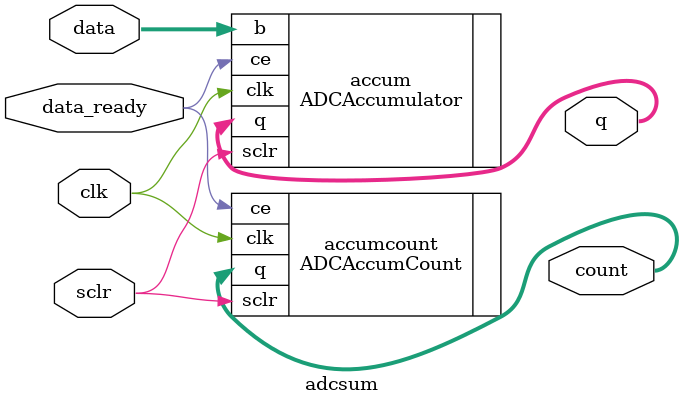
<source format=v>
`timescale 1ns / 1ps

module adcsum(
		input wire clk,
		input wire [15:0] data,
		input wire data_ready,
		input wire sclr,
		output wire [31:0] q,
		output wire [15:0] count
    );
	 

ADCAccumCount accumcount( .clk(clk), .ce(data_ready), .sclr(sclr), .q(count) );
ADCAccumulator accum( .b(data), .clk(clk), .ce(data_ready), .sclr(sclr), .q(q) );


endmodule

</source>
